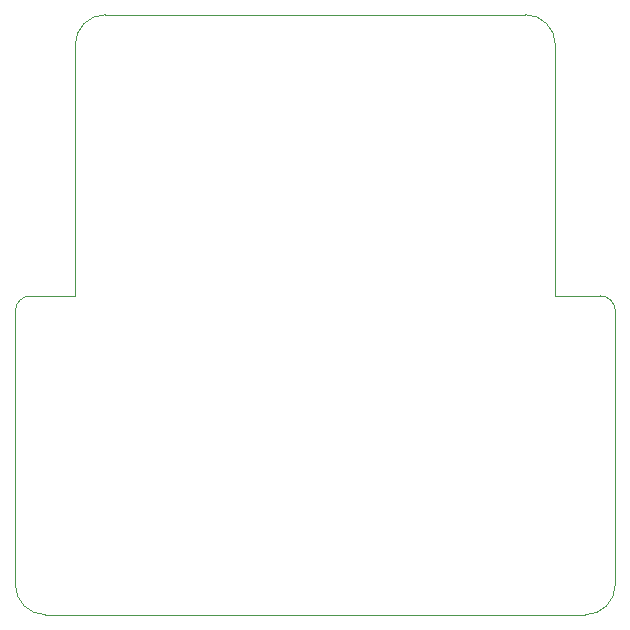
<source format=gm1>
G04 #@! TF.GenerationSoftware,KiCad,Pcbnew,(5.1.9)-1*
G04 #@! TF.CreationDate,2021-04-18T01:47:18-07:00*
G04 #@! TF.ProjectId,UAS_Teensy,5541535f-5465-4656-9e73-792e6b696361,rev?*
G04 #@! TF.SameCoordinates,Original*
G04 #@! TF.FileFunction,Profile,NP*
%FSLAX46Y46*%
G04 Gerber Fmt 4.6, Leading zero omitted, Abs format (unit mm)*
G04 Created by KiCad (PCBNEW (5.1.9)-1) date 2021-04-18 01:47:18*
%MOMM*%
%LPD*%
G01*
G04 APERTURE LIST*
G04 #@! TA.AperFunction,Profile*
%ADD10C,0.050000*%
G04 #@! TD*
G04 APERTURE END LIST*
D10*
X129540000Y-78422500D02*
X129540000Y-101600000D01*
X83820000Y-77152500D02*
X83820000Y-55880000D01*
X127000000Y-104139999D02*
X81280001Y-104139999D01*
X128270000Y-77152500D02*
G75*
G02*
X129540000Y-78422500I0J-1270000D01*
G01*
X83820000Y-55880000D02*
G75*
G02*
X86360000Y-53340000I2540000J0D01*
G01*
X124460000Y-55880000D02*
X124460000Y-77152500D01*
X78740001Y-101600000D02*
X78740001Y-78422500D01*
X121920000Y-53340000D02*
G75*
G02*
X124460000Y-55880000I0J-2540000D01*
G01*
X80010001Y-77152500D02*
X83820000Y-77152500D01*
X81280001Y-104140000D02*
G75*
G02*
X78740001Y-101600000I0J2540000D01*
G01*
X124460000Y-77152500D02*
X128270000Y-77152500D01*
X78740001Y-78422500D02*
G75*
G02*
X80010001Y-77152500I1270000J0D01*
G01*
X86360000Y-53340000D02*
X121920000Y-53340000D01*
X129539999Y-101600000D02*
G75*
G02*
X127000000Y-104139999I-2539999J0D01*
G01*
M02*

</source>
